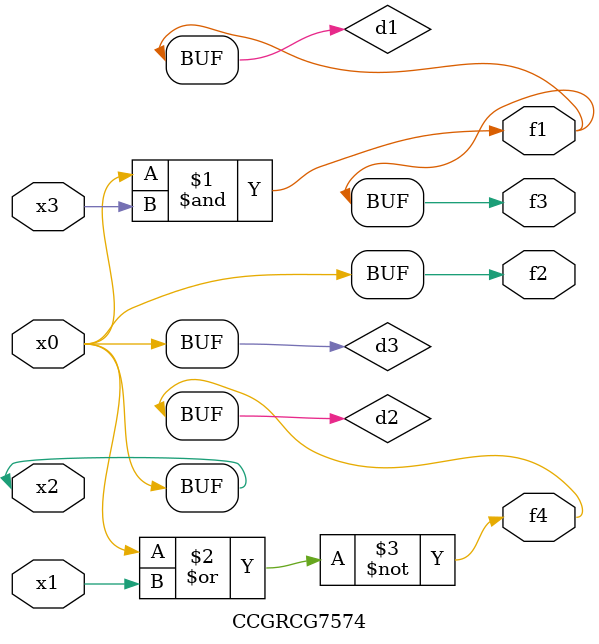
<source format=v>
module CCGRCG7574(
	input x0, x1, x2, x3,
	output f1, f2, f3, f4
);

	wire d1, d2, d3;

	and (d1, x2, x3);
	nor (d2, x0, x1);
	buf (d3, x0, x2);
	assign f1 = d1;
	assign f2 = d3;
	assign f3 = d1;
	assign f4 = d2;
endmodule

</source>
